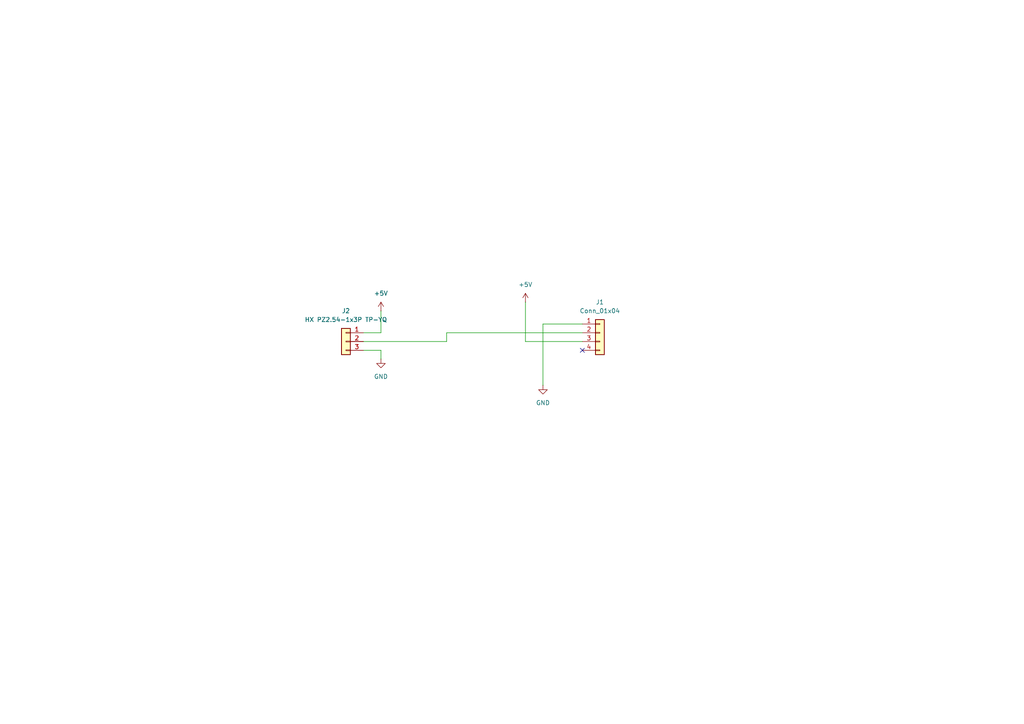
<source format=kicad_sch>
(kicad_sch (version 20250114) (generator "eeschema") (generator_version "9.0")
  (paper "A4")
  (lib_symbols
    (symbol "Connector_Generic:Conn_01x03" (pin_names (offset 1.016) (hide yes))
      (property "Reference" "J" (at 0 5.08 0))
      (property "Value" "Conn_01x03" (at 0 -5.08 0))
      (symbol "Conn_01x03_1_1"
        (rectangle (start -1.27 3.81) (end 1.27 -3.81) (stroke (width 0.254)) (fill (type background)))
        (rectangle (start -1.27 2.667) (end 0 2.413) (stroke (width 0.1524)))
        (rectangle (start -1.27 0.127) (end 0 -0.127) (stroke (width 0.1524)))
        (rectangle (start -1.27 -2.413) (end 0 -2.667) (stroke (width 0.1524)))
        (pin passive line (at -5.08 2.54 0) (length 3.81) (name "Pin_1") (number "1"))
        (pin passive line (at -5.08 0 0) (length 3.81) (name "Pin_2") (number "2"))
        (pin passive line (at -5.08 -2.54 0) (length 3.81) (name "Pin_3") (number "3"))
      )
    )
    (symbol "Connector_Generic:Conn_01x04" (pin_names (offset 1.016) (hide yes))
      (property "Reference" "J" (at 0 5.08 0))
      (property "Value" "Conn_01x04" (at 0 -7.62 0))
      (symbol "Conn_01x04_1_1"
        (rectangle (start -1.27 3.81) (end 1.27 -6.35) (stroke (width 0.254)) (fill (type background)))
        (rectangle (start -1.27 2.667) (end 0 2.413) (stroke (width 0.1524)))
        (rectangle (start -1.27 0.127) (end 0 -0.127) (stroke (width 0.1524)))
        (rectangle (start -1.27 -2.413) (end 0 -2.667) (stroke (width 0.1524)))
        (rectangle (start -1.27 -4.953) (end 0 -5.207) (stroke (width 0.1524)))
        (pin passive line (at -5.08 2.54 0) (length 3.81) (name "Pin_1") (number "1"))
        (pin passive line (at -5.08 0 0) (length 3.81) (name "Pin_2") (number "2"))
        (pin passive line (at -5.08 -2.54 0) (length 3.81) (name "Pin_3") (number "3"))
        (pin passive line (at -5.08 -5.08 0) (length 3.81) (name "Pin_4") (number "4"))
      )
    )
    (symbol "power:+5V" (power) (pin_numbers (hide yes)) (pin_names (offset 0) (hide yes))
      (property "Value" "+5V" (at 0 3.556 0))
      (symbol "+5V_0_1"
        (polyline (pts (xy -0.762 1.27) (xy 0 2.54)))
        (polyline (pts (xy 0 2.54) (xy 0.762 1.27)))
        (polyline (pts (xy 0 0) (xy 0 2.54)))
      )
      (symbol "+5V_1_1"
        (pin power_in line (at 0 0 90) (length 0) (name "~") (number "1"))
      )
    )
    (symbol "power:GND" (power) (pin_numbers (hide yes)) (pin_names (offset 0) (hide yes))
      (property "Value" "GND" (at 0 -3.81 0))
      (symbol "GND_0_1"
        (polyline (pts (xy 0 0) (xy 0 -1.27) (xy 1.27 -1.27) (xy 0 -2.54) (xy -1.27 -1.27) (xy 0 -1.27)))
      )
      (symbol "GND_1_1"
        (pin power_in line (at 0 0 270) (length 0) (name "~") (number "1"))
      )
    )
  )
  (no_connect (at 168.91 101.6))
  (wire (pts (xy 157.48 93.98) (xy 168.91 93.98)))
  (wire (pts (xy 152.4 99.06) (xy 168.91 99.06)))
  (wire (pts (xy 168.91 96.52) (xy 129.54 96.52)))
  (wire (pts (xy 110.49 90.17) (xy 110.49 96.52)))
  (wire (pts (xy 110.49 101.6) (xy 110.49 104.14)))
  (wire (pts (xy 152.4 87.63) (xy 152.4 99.06)))
  (wire (pts (xy 105.41 101.6) (xy 110.49 101.6)))
  (wire (pts (xy 157.48 93.98) (xy 157.48 111.76)))
  (wire (pts (xy 105.41 96.52) (xy 110.49 96.52)))
  (wire (pts (xy 105.41 99.06) (xy 129.54 99.06)))
  (wire (pts (xy 129.54 96.52) (xy 129.54 99.06)))
  (symbol (lib_id "power:+5V") (at 110.49 90.17 0) (unit 1)
    (property "Reference" "#PWR04" (effects (hide yes)))
    (property "Value" "+5V" (at 110.49 85.09 0))
    (property "Description" "Power symbol creates a global label with name \"+5V\"" (effects (hide yes)))
  )
  (symbol (lib_id "Connector_Generic:Conn_01x04") (at 173.99 96.52 0) (unit 1)
    (property "Reference" "J1" (at 173.99 87.63 0))
    (property "Value" "Conn_01x04" (at 173.99 90.17 0))
    (property "Footprint" "Pixels-dice:Pyre_Receiver_Con4" (effects (hide yes)))
    (property "Description" "Generic connector, single row, 01x04, script generated (kicad-library-utils/schlib/autogen/connector/)" (effects (hide yes)))
  )
  (symbol (lib_id "Connector_Generic:Conn_01x03") (at 100.33 99.06 0) (mirror y) (unit 1)
    (property "Reference" "J2" (at 100.33 90.17 0))
    (property "Value" "HX PZ2.54-1x3P TP-YQ" (at 100.33 92.71 0))
    (property "Footprint" "Connector_PinHeader_2.54mm:PinHeader_1x03_P2.54mm_Vertical_SMD_Pin1Left" (effects (hide yes)))
    (property "Description" "Generic connector, single row, 01x03, script generated (kicad-library-utils/schlib/autogen/connector/)" (effects (hide yes)))
  )
  (symbol (lib_id "power:+5V") (at 152.4 87.63 0) (mirror y) (unit 1)
    (property "Reference" "#PWR03" (effects (hide yes)))
    (property "Value" "+5V" (at 152.4 82.55 0))
    (property "Description" "Power symbol creates a global label with name \"+5V\"" (effects (hide yes)))
  )
  (symbol (lib_id "power:GND") (at 157.48 111.76 0) (mirror y) (unit 1)
    (property "Reference" "#PWR01" (effects (hide yes)))
    (property "Value" "GND" (at 157.48 116.84 0))
    (property "Description" "Power symbol creates a global label with name \"GND\" , ground" (effects (hide yes)))
  )
  (symbol (lib_id "power:GND") (at 110.49 104.14 0) (unit 1)
    (property "Reference" "#PWR02" (effects (hide yes)))
    (property "Value" "GND" (at 110.49 109.22 0))
    (property "Description" "Power symbol creates a global label with name \"GND\" , ground" (effects (hide yes)))
  )
)
</source>
